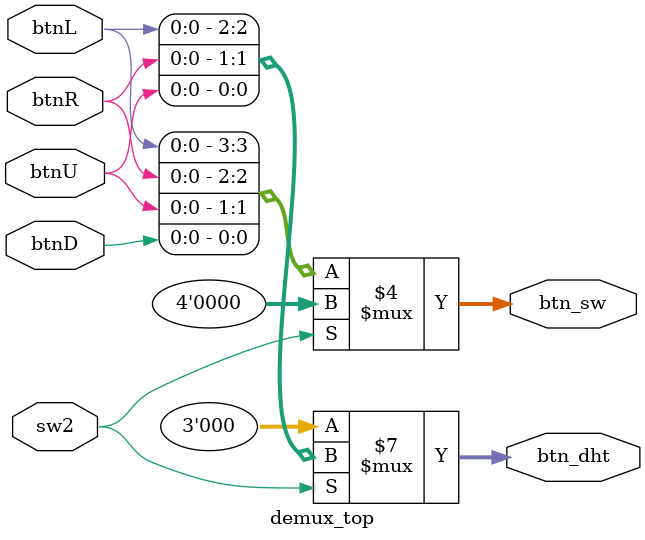
<source format=v>
`timescale 1ns / 1ps


module project_top (
    input wire       clk,
    input wire       reset,
    input wire       btnU,
    input wire       btnD,
    input wire       btnR,
    input wire       btnL,
    input wire [3:0] sw,
    input wire       sw15,
    inout wire       dht11_io,
    input wire       rx,
    input wire       echo,

    output wire       trig,
    output wire [3:0] fnd_com,
    output wire [7:0] fnd_data,
    output reg        tx
);




    wire w_btnu_db, w_btnr_db, w_btnd_db, w_btnl_db;
    wire w_dht11_tx, w_watch_tx;
    wire w_dht11_rx, w_watch_rx, w_rx_done_watch, w_rx_done_dht, w_final_switch15;

    wire uart_sw2, uart_sw3;

    wire [9:0] w_dist_data;
    wire [7:0] w_rh_data, w_temp_data, w_rx_data_watch, w_rx_data_dht;

    wire [2:0] w_dht_btn;
    wire [3:0] w_stopwatch_btn;

    wire [1:0] w_status_time, w_final_switch;

    wire [6:0] w_msec;
    wire [5:0] w_sec, w_min, w_hour;


    assign w_dht11_rx = (sw[2]) ? rx : 1;
    assign w_watch_rx = (~sw[2]) ? rx : 1;



    //=================================btn DeMUX====================================
    demux_top U_DEMUX (
        .sw2(sw[2]),
        .btnL(w_btnl_db),
        .btnR(w_btnr_db),
        .btnU(w_btnu_db),
        .btnD(w_btnd_db),
        .btn_dht(w_dht_btn),
        .btn_sw(w_stopwatch_btn)
    );




    //==============================button debounce==============================
    btn_debounce U_BTNR (
        .clk  (clk),
        .reset(reset),
        .i_btn(btnR),
        .o_btn(w_btnr_db)
    );

    btn_debounce U_BTNL (
        .clk  (clk),
        .reset(reset),
        .i_btn(btnL),
        .o_btn(w_btnl_db)
    );
    btn_debounce U_BTNU (
        .clk  (clk),
        .reset(reset),
        .i_btn(btnU),
        .o_btn(w_btnu_db)
    );
    btn_debounce U_BTND (
        .clk  (clk),
        .reset(reset),
        .i_btn(btnD),
        .o_btn(w_btnd_db)
    );




    //===================================Ultra Sonic=======================
    sr04_controller U_sr04_controller (
        .clk(clk),
        .rst(rst),
        .start(w_btnu_db & sw[3]),
        .echo(echo),
        .trigger(trig),
        .dist(w_dist_data),
        .dist_done()
    );


    //==================================Watch==================================

    stop_watch_normal_watch U_WATCH (
        .clk(clk),
        .reset(reset),
        .btnL_clear(w_btnl_db),
        .btnR_runstop(w_btnr_db),
        .btnU_up(w_btnu_db),
        .btnD_down(w_btnd_db),
        .rx_done(w_rx_done_watch),
        .rx_data(w_rx_data_watch),
        .sw(sw[1:0]),
        .sw_setting(sw15),
        .led_for_mode(),
        .status_time(w_status_time),
        .msec_watch(w_msec),
        .sec_watch(w_sec),
        .min_watch(w_min),
        .hour_watch(w_hour),
        .final_switch(w_final_switch),
        .final_switch15(w_final_switch15)
        

    );


    sender_uart_for_watch U_SEND_WATCH (
        .clk(clk),
        .reset(reset),
        .rx(w_watch_rx),
        .start((~sw[2]) & w_btnu_db & (~sw[1])),
        .i_temp(w_temp_data),
        .i_humi(w_rh_data),
        .i_sec(w_sec),
        .i_min(w_min),
        .i_hour(w_hour),
        .tx(w_watch_tx),
        .rx_done(w_rx_done_watch),
        .rx_data(w_rx_data_watch)

    );


    //==============================DHT11====================================
    top_dht11 U_DHT11 (
        .clk(clk),
        .reset(reset),
        .btn_start(w_dht_btn[0]),
        .btnL_temp(w_dht_btn[2]),
        .btnR_humi(w_dht_btn[1]),
        .dht11_io(dht11_io),
        .rx(w_dht11_rx),

        .dht11_valid(),
        .rx_done(w_rx_done_dht),
        .rx_data(w_rx_data_dht),
        .tx(w_dht11_tx),
        .rh_data(w_rh_data),
        .temp_data(w_temp_data)
    );






    //============================FND controller========================

    FND_controller U_FND_CTRL (
        .clk(clk),
        .reset(reset),
        .switch_dht(sw[2]),
        .switch_sr04(sw[3]),
        .switch_min_hour(sw[0]),
        .sw_setting(w_final_switch15 && (~w_final_switch[1])),
        .uart_switch0(w_final_switch[0]),
        .status(w_status_time),
        .msec(w_msec),
        .sec(w_sec),
        .min(w_min),
        .hour(w_hour),
        .rh_data(w_rh_data),
        .temp_data(w_temp_data),
        .dist_data(w_dist_data),
        .fnd_data(fnd_data),
        .fnd_com(fnd_com)
    );







    always @(*) begin
        tx = 1;
        if (sw[2] == 0) tx = w_watch_tx;
        else tx = w_dht11_tx;
    end


endmodule







module demux_top (
    input  wire       sw2,
    input  wire       btnL,
    input  wire       btnR,
    input  wire       btnU,
    input  wire       btnD,
    output reg  [2:0] btn_dht,
    output reg  [3:0] btn_sw
);


    always @(*) begin
        btn_dht = 0;
        btn_sw  = 0;
        if (sw2 == 0) btn_sw = {btnL, btnR, btnU, btnD};
        else btn_dht = {btnL, btnR, btnU};
    end


endmodule


</source>
